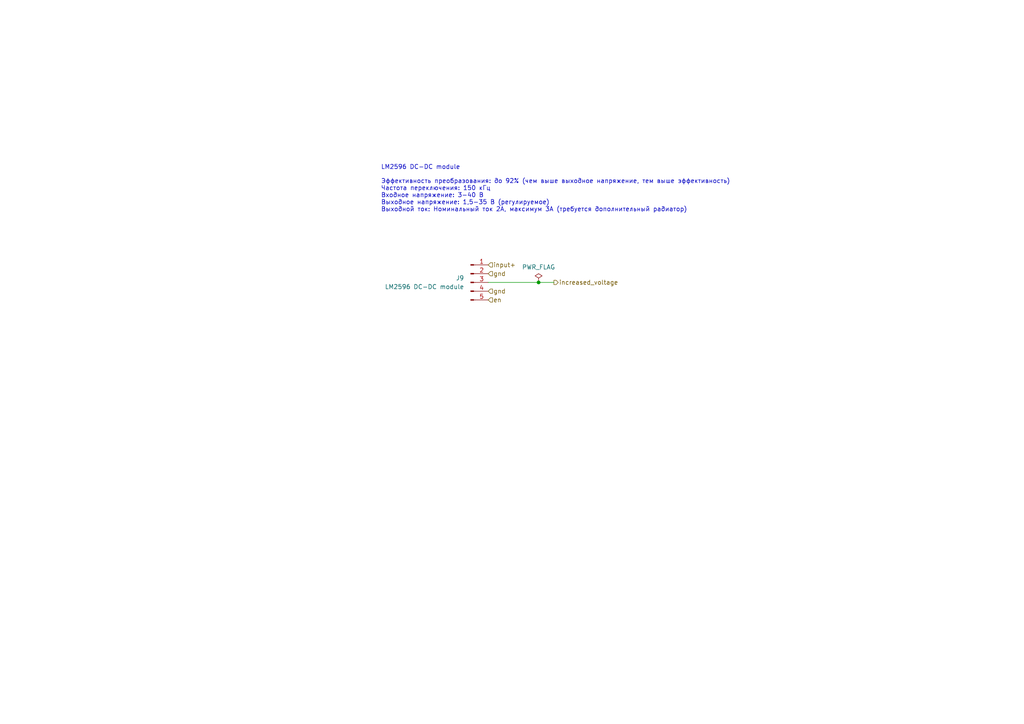
<source format=kicad_sch>
(kicad_sch (version 20230121) (generator eeschema)
  (paper "A4")
  (title_block (title "DC-DC module"))
  (lib_symbols
    (symbol "Connector:Conn_01x05_Pin" (pin_names (offset 1.016) hide)
      (property "Reference" "J" (at 0 7.62 0))
      (property "Value" "Conn_01x05_Pin" (at 0 -7.62 0))
      (symbol "Conn_01x05_Pin_1_1"
        (polyline (pts (xy 1.27 -5.08) (xy 0.8636 -5.08)) (stroke (width 0.1524)))
        (polyline (pts (xy 1.27 -2.54) (xy 0.8636 -2.54)) (stroke (width 0.1524)))
        (polyline (pts (xy 1.27 0) (xy 0.8636 0)) (stroke (width 0.1524)))
        (polyline (pts (xy 1.27 2.54) (xy 0.8636 2.54)) (stroke (width 0.1524)))
        (polyline (pts (xy 1.27 5.08) (xy 0.8636 5.08)) (stroke (width 0.1524)))
        (rectangle (start 0.8636 -4.953) (end 0 -5.207) (stroke (width 0.1524)) (fill (type outline)))
        (rectangle (start 0.8636 -2.413) (end 0 -2.667) (stroke (width 0.1524)) (fill (type outline)))
        (rectangle (start 0.8636 0.127) (end 0 -0.127) (stroke (width 0.1524)) (fill (type outline)))
        (rectangle (start 0.8636 2.667) (end 0 2.413) (stroke (width 0.1524)) (fill (type outline)))
        (rectangle (start 0.8636 5.207) (end 0 4.953) (stroke (width 0.1524)) (fill (type outline)))
        (pin passive line (at 5.08 5.08 180) (length 3.81) (name "Pin_1") (number "1"))
        (pin passive line (at 5.08 2.54 180) (length 3.81) (name "Pin_2") (number "2"))
        (pin passive line (at 5.08 0 180) (length 3.81) (name "Pin_3") (number "3"))
        (pin passive line (at 5.08 -2.54 180) (length 3.81) (name "Pin_4") (number "4"))
        (pin passive line (at 5.08 -5.08 180) (length 3.81) (name "Pin_5") (number "5"))
      )
    )
    (symbol "power:PWR_FLAG" (power) (pin_numbers hide) (pin_names (offset 0) hide)
      (property "Value" "PWR_FLAG" (at 0 3.81 0))
      (symbol "PWR_FLAG_0_0"
        (pin power_out line (at 0 0 90) (length 0) (name "pwr") (number "1"))
      )
      (symbol "PWR_FLAG_0_1"
        (polyline (pts (xy 0 0) (xy 0 1.27) (xy -1.016 1.905) (xy 0 2.54) (xy 1.016 1.905) (xy 0 1.27)))
      )
    )
  )
  (junction (at 156.21 81.915))
  (wire (pts (xy 160.655 81.915) (xy 156.21 81.915)))
  (wire (pts (xy 156.21 81.915) (xy 141.605 81.915)))
  (text "LM2596 DC-DC module\n\nЭффективность преобразования: до 92% (чем выше выходное напряжение, тем выше эффективность)\nЧастота переключения: 150 кГц\nВходное напряжение: 3-40 В\nВыходное напряжение: 1,5-35 В (регулируемое)\nВыходной ток: Номинальный ток 2А, максимум 3А (требуется дополнительный радиатор)" (at 110.49 61.595 0) (effects (font (size 1.27 1.27)) (justify left bottom)))
  (hierarchical_label "en" (shape input) (at 141.605 86.995 0))
  (hierarchical_label "gnd" (shape input) (at 141.605 84.455 0))
  (hierarchical_label "gnd" (shape input) (at 141.605 79.375 0))
  (hierarchical_label "increased_voltage" (shape output) (at 160.655 81.915 0))
  (hierarchical_label "input+" (shape input) (at 141.605 76.835 0))
  (symbol (lib_id "power:PWR_FLAG") (at 156.21 81.915 0) (unit 1)
    (property "Reference" "#FLG04" (effects hide))
    (property "Value" "PWR_FLAG" (at 156.21 77.47 0))
  )
  (symbol (lib_id "Connector:Conn_01x05_Pin") (at 136.525 81.915 0) (unit 1)
    (property "Reference" "J9" (at 134.62 80.645 0) (effects (justify right)))
    (property "Value" "LM2596 DC-DC module" (at 134.62 83.185 0) (effects (justify right)))
  )
)
</source>
